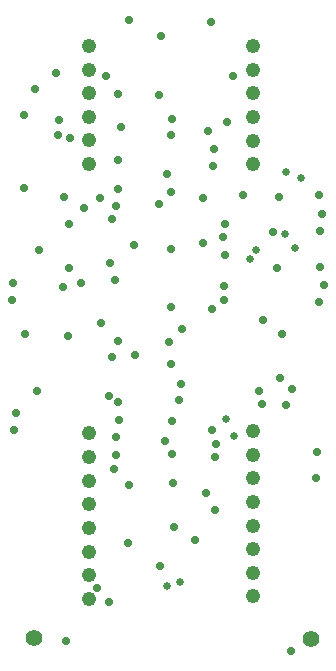
<source format=gbs>
G04*
G04 #@! TF.GenerationSoftware,Altium Limited,Altium Designer,20.1.12 (249)*
G04*
G04 Layer_Color=16711935*
%FSLAX25Y25*%
%MOIN*%
G70*
G04*
G04 #@! TF.SameCoordinates,9E92894B-ADF9-450B-81D9-0332103B8D06*
G04*
G04*
G04 #@! TF.FilePolarity,Negative*
G04*
G01*
G75*
%ADD18C,0.04800*%
%ADD19C,0.02800*%
%ADD20C,0.02572*%
%ADD21C,0.05524*%
D18*
X27559Y28740D02*
D03*
Y20866D02*
D03*
Y36614D02*
D03*
Y44488D02*
D03*
Y52362D02*
D03*
Y60236D02*
D03*
Y68110D02*
D03*
Y75984D02*
D03*
X82284Y68898D02*
D03*
Y76772D02*
D03*
Y61024D02*
D03*
Y53150D02*
D03*
Y45276D02*
D03*
Y37402D02*
D03*
Y29528D02*
D03*
Y21654D02*
D03*
X27559Y205167D02*
D03*
Y197293D02*
D03*
Y189419D02*
D03*
Y181545D02*
D03*
Y165797D02*
D03*
Y173671D02*
D03*
X82284Y165748D02*
D03*
Y173622D02*
D03*
Y181496D02*
D03*
Y189370D02*
D03*
Y205118D02*
D03*
Y197244D02*
D03*
D19*
X68701Y77067D02*
D03*
X85630Y113681D02*
D03*
X89075Y143012D02*
D03*
X90444Y130995D02*
D03*
X67126Y176673D02*
D03*
X56102Y44882D02*
D03*
X37588Y80325D02*
D03*
X35860Y64173D02*
D03*
X35425Y101386D02*
D03*
X42815Y102067D02*
D03*
X10138Y90256D02*
D03*
X21096Y131299D02*
D03*
X11024Y137303D02*
D03*
X24917Y126012D02*
D03*
X18996Y124803D02*
D03*
X73032Y135335D02*
D03*
X68504Y117323D02*
D03*
X31266Y154557D02*
D03*
X37238Y167152D02*
D03*
X55216Y80118D02*
D03*
X90945Y154823D02*
D03*
X38386Y178248D02*
D03*
X40945Y213681D02*
D03*
X69587Y50591D02*
D03*
X65650Y154331D02*
D03*
X70079Y72638D02*
D03*
X69587Y68209D02*
D03*
X63058Y40453D02*
D03*
X72597Y125041D02*
D03*
X72736Y120571D02*
D03*
X75492Y195276D02*
D03*
X68405Y212992D02*
D03*
X53740Y162402D02*
D03*
X5906Y157874D02*
D03*
X42717Y138976D02*
D03*
X65650Y139469D02*
D03*
X78839Y155512D02*
D03*
X104429Y155413D02*
D03*
X104626Y131595D02*
D03*
X91142Y94587D02*
D03*
X31791Y112697D02*
D03*
X6398Y109252D02*
D03*
X40748Y39370D02*
D03*
X40945Y58957D02*
D03*
X66535Y56004D02*
D03*
X94980Y3543D02*
D03*
X20079Y6693D02*
D03*
X51279Y31693D02*
D03*
X50886Y188681D02*
D03*
X51673Y208366D02*
D03*
X36647Y68799D02*
D03*
X36722Y74803D02*
D03*
X58366Y92618D02*
D03*
X57480Y87303D02*
D03*
X53051Y73327D02*
D03*
X34547Y132874D02*
D03*
X58661Y110858D02*
D03*
X92028Y109252D02*
D03*
X72918Y145881D02*
D03*
X72146Y141339D02*
D03*
X104313Y119882D02*
D03*
X55413Y69095D02*
D03*
X37305Y86520D02*
D03*
X34449Y88386D02*
D03*
X30199Y24483D02*
D03*
X54331Y106595D02*
D03*
X103445Y61024D02*
D03*
X103543Y69784D02*
D03*
X105905Y125492D02*
D03*
X104626Y143504D02*
D03*
X105413Y149311D02*
D03*
X26124Y151223D02*
D03*
X3347Y82874D02*
D03*
X16732Y196161D02*
D03*
X9646Y190748D02*
D03*
X17126Y175492D02*
D03*
X17618Y180413D02*
D03*
X37303Y157480D02*
D03*
X21063Y145866D02*
D03*
X51034Y152378D02*
D03*
X68996Y165059D02*
D03*
X69427Y170953D02*
D03*
X21161Y174508D02*
D03*
X55610Y59350D02*
D03*
X54823Y99114D02*
D03*
X20669Y108465D02*
D03*
X19193Y154921D02*
D03*
X95235Y90690D02*
D03*
X85236Y85827D02*
D03*
X84252Y90059D02*
D03*
X54921Y118209D02*
D03*
Y137598D02*
D03*
Y156496D02*
D03*
X54823Y175492D02*
D03*
X2559Y77165D02*
D03*
X37419Y106693D02*
D03*
X34154Y19783D02*
D03*
X93209Y85630D02*
D03*
X35260Y147417D02*
D03*
X36417Y127165D02*
D03*
X73721Y179688D02*
D03*
X36581Y151659D02*
D03*
X37303Y189075D02*
D03*
X33366Y195177D02*
D03*
X2165Y126181D02*
D03*
X5870Y182085D02*
D03*
X2028Y120459D02*
D03*
X55174Y180896D02*
D03*
D20*
X96260Y137894D02*
D03*
X92913Y142323D02*
D03*
X83169Y137303D02*
D03*
X81201Y134153D02*
D03*
X76100Y75098D02*
D03*
X73228Y80709D02*
D03*
X93307Y162992D02*
D03*
X53740Y25295D02*
D03*
X57874Y26378D02*
D03*
X98327Y161024D02*
D03*
D21*
X9449Y7776D02*
D03*
X101673Y7382D02*
D03*
M02*

</source>
